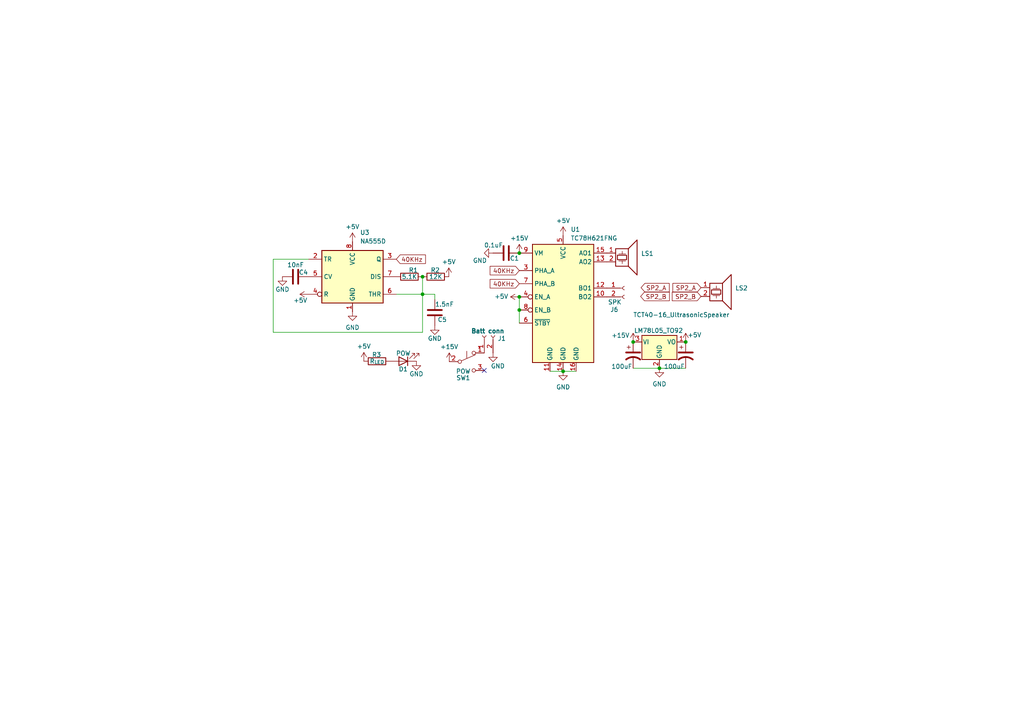
<source format=kicad_sch>
(kicad_sch (version 20231120) (generator "eeschema") (generator_version "8.0")
  (paper "A4")
  (lib_symbols
    (symbol "Connector:Conn_01x02_Socket" (pin_names (offset 1.016) hide)
      (property "Reference" "J" (at 0 2.54 0))
      (property "Value" "Conn_01x02_Socket" (at 0 -5.08 0))
      (symbol "Conn_01x02_Socket_1_1"
        (arc (start 0 -2.032) (mid -0.5058 -2.54) (end 0 -3.048) (stroke (width 0.1524)))
        (polyline (pts (xy -1.27 -2.54) (xy -0.508 -2.54)) (stroke (width 0.1524)))
        (polyline (pts (xy -1.27 0) (xy -0.508 0)) (stroke (width 0.1524)))
        (arc (start 0 0.508) (mid -0.5058 0) (end 0 -0.508) (stroke (width 0.1524)))
        (pin passive line (at -5.08 0 0) (length 3.81) (name "Pin_1") (number "1"))
        (pin passive line (at -5.08 -2.54 0) (length 3.81) (name "Pin_2") (number "2"))
      )
    )
    (symbol "Device:C" (pin_numbers hide) (pin_names (offset 0.254))
      (property "Reference" "C" (at 0.635 2.54 0))
      (property "Value" "C" (at 0.635 -2.54 0))
      (symbol "C_0_1"
        (polyline (pts (xy -2.032 -0.762) (xy 2.032 -0.762)) (stroke (width 0.508)))
        (polyline (pts (xy -2.032 0.762) (xy 2.032 0.762)) (stroke (width 0.508)))
      )
      (symbol "C_1_1"
        (pin passive line (at 0 3.81 270) (length 2.794) (name "~") (number "1"))
        (pin passive line (at 0 -3.81 90) (length 2.794) (name "~") (number "2"))
      )
    )
    (symbol "Device:C_Polarized_US" (pin_numbers hide) (pin_names (offset 0.254) hide)
      (property "Reference" "C" (at 0.635 2.54 0))
      (property "Value" "C_Polarized_US" (at 0.635 -2.54 0))
      (symbol "C_Polarized_US_0_1"
        (polyline (pts (xy -2.032 0.762) (xy 2.032 0.762)) (stroke (width 0.508)))
        (polyline (pts (xy -1.778 2.286) (xy -0.762 2.286)))
        (polyline (pts (xy -1.27 1.778) (xy -1.27 2.794)))
        (arc (start 2.032 -1.27) (mid 0 -0.5572) (end -2.032 -1.27) (stroke (width 0.508)))
      )
      (symbol "C_Polarized_US_1_1"
        (pin passive line (at 0 3.81 270) (length 2.794) (name "~") (number "1"))
        (pin passive line (at 0 -3.81 90) (length 3.302) (name "~") (number "2"))
      )
    )
    (symbol "Device:LED" (pin_numbers hide) (pin_names (offset 1.016) hide)
      (property "Reference" "D" (at 0 2.54 0))
      (property "Value" "LED" (at 0 -2.54 0))
      (symbol "LED_0_1"
        (polyline (pts (xy -1.27 -1.27) (xy -1.27 1.27)) (stroke (width 0.254)))
        (polyline (pts (xy -1.27 0) (xy 1.27 0)))
        (polyline (pts (xy 1.27 -1.27) (xy 1.27 1.27) (xy -1.27 0) (xy 1.27 -1.27)) (stroke (width 0.254)))
        (polyline (pts (xy -3.048 -0.762) (xy -4.572 -2.286) (xy -3.81 -2.286) (xy -4.572 -2.286) (xy -4.572 -1.524)))
        (polyline (pts (xy -1.778 -0.762) (xy -3.302 -2.286) (xy -2.54 -2.286) (xy -3.302 -2.286) (xy -3.302 -1.524)))
      )
      (symbol "LED_1_1"
        (pin passive line (at -3.81 0 0) (length 2.54) (name "K") (number "1"))
        (pin passive line (at 3.81 0 180) (length 2.54) (name "A") (number "2"))
      )
    )
    (symbol "Device:R" (pin_numbers hide) (pin_names (offset 0))
      (property "Reference" "R" (at 2.032 0 90))
      (property "Value" "R" (at 0 0 90))
      (symbol "R_0_1"
        (rectangle (start -1.016 -2.54) (end 1.016 2.54) (stroke (width 0.254)))
      )
      (symbol "R_1_1"
        (pin passive line (at 0 3.81 270) (length 1.27) (name "~") (number "1"))
        (pin passive line (at 0 -3.81 90) (length 1.27) (name "~") (number "2"))
      )
    )
    (symbol "Device:Speaker_Ultrasound" (pin_names (offset 0) hide)
      (property "Reference" "LS" (at 0.635 5.715 0))
      (property "Value" "Speaker_Ultrasound" (at 0.635 3.81 0))
      (symbol "Speaker_Ultrasound_0_0"
        (rectangle (start -2.54 1.27) (end 1.143 -3.81) (stroke (width 0.254)))
        (rectangle (start -2.032 -0.635) (end 0.635 -1.905) (stroke (width 0.254)))
        (polyline (pts (xy -1.651 -2.286) (xy 0.381 -2.286)))
        (polyline (pts (xy -1.651 -0.254) (xy 0.381 -0.254)))
        (polyline (pts (xy -0.635 -2.286) (xy -0.635 -3.048)))
        (polyline (pts (xy -0.635 -0.254) (xy -0.635 0.508)))
        (polyline (pts (xy 1.143 1.27) (xy 3.683 3.81) (xy 3.683 -6.35) (xy 1.143 -3.81)) (stroke (width 0.254)))
      )
      (symbol "Speaker_Ultrasound_1_1"
        (pin input line (at -5.08 0 0) (length 2.54) (name "1") (number "1"))
        (pin input line (at -5.08 -2.54 0) (length 2.54) (name "2") (number "2"))
      )
    )
    (symbol "NE555P_2"
      (property "Reference" "U1" (at 2.1941 11.938 0))
      (property "Value" "TC78H621FNG" (at 2.1941 9.398 0))
      (symbol "NE555P_2_0_1"
        (rectangle (start -8.89 7.62) (end 8.89 -26.67) (stroke (width 0.254)) (fill (type background)))
      )
      (symbol "NE555P_2_1_0"
        (pin power_in line (at -3.81 -29.21 90) (length 2.54) (name "GND") (number "11"))
        (pin power_in line (at 0 -29.21 90) (length 2.54) (name "GND") (number "14"))
        (pin power_in line (at 3.81 -29.21 90) (length 2.54) (name "GND") (number "16"))
        (pin power_in line (at 0 10.16 270) (length 2.54) (name "VCC") (number "5"))
      )
      (symbol "NE555P_2_1_1"
        (pin no_connect line (at 12.7 -12.7 180) (length 3.81) hide (name "NC") (number "1"))
        (pin input line (at 12.7 -7.62 180) (length 3.81) (name "BO2") (number "10"))
        (pin output line (at 12.7 -5.08 180) (length 3.81) (name "BO1") (number "12"))
        (pin input line (at 12.7 2.54 180) (length 3.81) (name "AO2") (number "13"))
        (pin output line (at 12.7 5.08 180) (length 3.81) (name "AO1") (number "15"))
        (pin no_connect line (at 12.7 -15.24 180) (length 3.81) hide (name "NC") (number "2"))
        (pin input line (at -12.7 0 0) (length 3.81) (name "PHA_A") (number "3"))
        (pin input inverted (at -12.7 -7.62 0) (length 3.81) (name "EN_A") (number "4"))
        (pin input line (at -12.7 -15.24 0) (length 3.81) (name "~{STBY}") (number "6"))
        (pin input line (at -12.7 -3.81 0) (length 3.81) (name "PHA_B") (number "7"))
        (pin input inverted (at -12.7 -11.43 0) (length 3.81) (name "EN_B") (number "8"))
        (pin input line (at -12.7 5.08 0) (length 3.81) (name "VM") (number "9"))
      )
    )
    (symbol "Regulator_Linear:LM78L05_TO92" (pin_names (offset 0.254))
      (property "Reference" "U" (at -3.81 3.175 0))
      (property "Value" "LM78L05_TO92" (at 0 3.175 0))
      (symbol "LM78L05_TO92_0_1"
        (rectangle (start -5.08 -5.08) (end 5.08 1.905) (stroke (width 0.254)) (fill (type background)))
      )
      (symbol "LM78L05_TO92_1_1"
        (pin power_out line (at 7.62 0 180) (length 2.54) (name "VO") (number "1"))
        (pin power_in line (at 0 -7.62 90) (length 2.54) (name "GND") (number "2"))
        (pin power_in line (at -7.62 0 0) (length 2.54) (name "VI") (number "3"))
      )
    )
    (symbol "Switch:SW_Push_SPDT" (pin_names (offset 0) hide)
      (property "Reference" "SW" (at 0 4.318 0))
      (property "Value" "SW_Push_SPDT" (at 0 -5.08 0))
      (symbol "SW_Push_SPDT_0_0"
        (circle (center -2.032 0) (radius 0.508))
        (polyline (pts (xy 0 1.016) (xy 0 3.048)))
        (circle (center 2.032 -2.54) (radius 0.508))
      )
      (symbol "SW_Push_SPDT_0_1"
        (polyline (pts (xy -1.524 0.254) (xy 2.54 2.032)))
        (circle (center 2.032 2.54) (radius 0.508))
      )
      (symbol "SW_Push_SPDT_1_1"
        (pin passive line (at 5.08 2.54 180) (length 2.54) (name "A") (number "1"))
        (pin passive line (at -5.08 0 0) (length 2.54) (name "B") (number "2"))
        (pin passive line (at 5.08 -2.54 180) (length 2.54) (name "C") (number "3"))
      )
    )
    (symbol "Timer:NA555D"
      (property "Reference" "U" (at -10.16 8.89 0))
      (property "Value" "NA555D" (at 2.54 8.89 0))
      (symbol "NA555D_0_0"
        (pin power_in line (at 0 -10.16 90) (length 2.54) (name "GND") (number "1"))
        (pin power_in line (at 0 10.16 270) (length 2.54) (name "VCC") (number "8"))
      )
      (symbol "NA555D_0_1"
        (rectangle (start -8.89 -7.62) (end 8.89 7.62) (stroke (width 0.254)) (fill (type background)))
        (rectangle (start -8.89 -7.62) (end 8.89 7.62) (stroke (width 0.254)) (fill (type background)))
      )
      (symbol "NA555D_1_1"
        (pin input line (at -12.7 5.08 0) (length 3.81) (name "TR") (number "2"))
        (pin output line (at 12.7 5.08 180) (length 3.81) (name "Q") (number "3"))
        (pin input inverted (at -12.7 -5.08 0) (length 3.81) (name "R") (number "4"))
        (pin input line (at -12.7 0 0) (length 3.81) (name "CV") (number "5"))
        (pin input line (at 12.7 -5.08 180) (length 3.81) (name "THR") (number "6"))
        (pin input line (at 12.7 0 180) (length 3.81) (name "DIS") (number "7"))
      )
    )
    (symbol "power:+15V" (power) (pin_names (offset 0))
      (property "Value" "+15V" (at 0 3.556 0))
      (symbol "+15V_0_1"
        (polyline (pts (xy -0.762 1.27) (xy 0 2.54)))
        (polyline (pts (xy 0 0) (xy 0 2.54)))
        (polyline (pts (xy 0 2.54) (xy 0.762 1.27)))
      )
      (symbol "+15V_1_1"
        (pin power_in line (at 0 0 90) (length 0) hide (name "+15V") (number "1"))
      )
    )
    (symbol "power:+5V" (power) (pin_names (offset 0))
      (property "Value" "+5V" (at 0 3.556 0))
      (symbol "+5V_0_1"
        (polyline (pts (xy -0.762 1.27) (xy 0 2.54)))
        (polyline (pts (xy 0 0) (xy 0 2.54)))
        (polyline (pts (xy 0 2.54) (xy 0.762 1.27)))
      )
      (symbol "+5V_1_1"
        (pin power_in line (at 0 0 90) (length 0) hide (name "+5V") (number "1"))
      )
    )
    (symbol "power:GND" (power) (pin_names (offset 0))
      (property "Value" "GND" (at 0 -3.81 0))
      (symbol "GND_0_1"
        (polyline (pts (xy 0 0) (xy 0 -1.27) (xy 1.27 -1.27) (xy 0 -2.54) (xy -1.27 -1.27) (xy 0 -1.27)))
      )
      (symbol "GND_1_1"
        (pin power_in line (at 0 0 270) (length 0) hide (name "GND") (number "1"))
      )
    )
  )
  (junction (at 150.622 73.406))
  (junction (at 122.555 80.264))
  (junction (at 150.622 89.916))
  (junction (at 122.555 85.344))
  (junction (at 183.642 99.187))
  (junction (at 191.262 106.807))
  (junction (at 163.322 107.696))
  (junction (at 150.622 86.106))
  (junction (at 198.882 99.187))
  (no_connect (at 140.462 107.442))
  (wire (pts (xy 114.935 85.344) (xy 122.555 85.344)))
  (wire (pts (xy 150.622 89.916) (xy 150.622 93.726)))
  (wire (pts (xy 163.322 107.696) (xy 167.132 107.696)))
  (wire (pts (xy 79.248 75.184) (xy 79.248 96.393)))
  (wire (pts (xy 126.111 85.344) (xy 122.555 85.344)))
  (wire (pts (xy 183.642 106.807) (xy 191.262 106.807)))
  (wire (pts (xy 79.248 96.393) (xy 122.555 96.393)))
  (wire (pts (xy 89.535 75.184) (xy 79.248 75.184)))
  (wire (pts (xy 122.555 80.264) (xy 122.555 85.344)))
  (wire (pts (xy 150.622 86.106) (xy 150.622 89.916)))
  (wire (pts (xy 191.262 106.807) (xy 198.882 106.807)))
  (wire (pts (xy 126.111 86.868) (xy 126.111 85.344)))
  (wire (pts (xy 122.555 96.393) (xy 122.555 85.344)))
  (wire (pts (xy 159.512 107.696) (xy 163.322 107.696)))
  (global_label "SP2_A" (shape input) (at 203.327 83.439 180) (property "Intersheetrefs" "${INTERSHEET_REFS}" (effects (hide yes))))
  (global_label "SP2_B" (shape input) (at 203.327 85.979 180) (property "Intersheetrefs" "${INTERSHEET_REFS}" (effects (hide yes))))
  (global_label "40KHz" (shape input) (at 150.622 78.486 180) (property "Intersheetrefs" "${INTERSHEET_REFS}" (effects (hide yes))))
  (global_label "SP2_B" (shape input) (at 185.801 85.979 0) (property "Intersheetrefs" "${INTERSHEET_REFS}" (effects (hide yes))))
  (global_label "40KHz" (shape input) (at 114.935 75.184 0) (property "Intersheetrefs" "${INTERSHEET_REFS}" (effects (hide yes))))
  (global_label "40KHz" (shape input) (at 150.622 82.296 180) (property "Intersheetrefs" "${INTERSHEET_REFS}" (effects (hide yes))))
  (global_label "SP2_A" (shape input) (at 185.928 83.439 0) (property "Intersheetrefs" "${INTERSHEET_REFS}" (effects (hide yes))))
  (symbol (lib_id "power:GND") (at 102.235 90.424 0) (unit 1)
    (property "Reference" "#PWR012" (effects (hide yes)))
    (property "Value" "GND" (at 102.235 94.996 0))
  )
  (symbol (lib_id "Device:C") (at 126.111 90.678 180) (unit 1)
    (property "Reference" "C5" (at 128.27 92.71 0))
    (property "Value" "1.5nF" (at 128.905 88.265 0))
  )
  (symbol (lib_id "power:GND") (at 143.002 102.362 0) (mirror y) (unit 1)
    (property "Reference" "#PWR04" (effects (hide yes)))
    (property "Value" "GND" (at 144.399 106.172 0))
  )
  (symbol (lib_id "power:GND") (at 120.777 104.775 0) (unit 1)
    (property "Reference" "#PWR017" (effects (hide yes)))
    (property "Value" "GND" (at 120.777 108.458 0))
  )
  (symbol (lib_id "power:+5V") (at 89.535 85.344 90) (unit 1)
    (property "Reference" "#PWR014" (effects (hide yes)))
    (property "Value" "+5V" (at 89.154 87.122 90) (effects (justify left)))
  )
  (symbol (lib_id "Device:C_Polarized_US") (at 183.642 102.997 0) (unit 1)
    (property "Reference" "C2" (effects (hide yes)))
    (property "Value" "100uF" (at 180.34 106.299 0))
    (property "Footprint" "Capacitor_SMD:C_1210_3225Metric_Pad1.33x2.70mm_HandSolder" (effects (hide yes)))
  )
  (symbol (lib_id "power:+15V") (at 150.622 73.406 0) (unit 1)
    (property "Reference" "#PWR07" (effects (hide yes)))
    (property "Value" "+15V" (at 150.622 69.088 0))
  )
  (symbol (lib_id "Device:LED") (at 116.967 104.775 180) (unit 1)
    (property "Reference" "D1" (at 116.967 107.061 0))
    (property "Value" "POW" (at 116.967 102.489 0))
  )
  (symbol (lib_id "Device:C") (at 146.812 73.406 90) (unit 1)
    (property "Reference" "C1" (at 149.225 74.93 90))
    (property "Value" "0.1uF" (at 143.129 71.12 90))
  )
  (symbol (lib_id "Regulator_Linear:LM78L05_TO92") (at 191.262 99.187 0) (unit 1)
    (property "Reference" "U2" (effects (hide yes)))
    (property "Value" "LM78L05_TO92" (at 191.008 95.885 0))
    (property "Footprint" "Package_TO_SOT_THT:TO-92_Inline" (effects (hide yes)))
    (property "Datasheet" "https://www.onsemi.com/pub/Collateral/MC78L06A-D.pdf" (effects (hide yes)))
  )
  (symbol (lib_id "Device:R") (at 118.745 80.264 90) (unit 1)
    (property "Reference" "R1" (at 119.888 78.359 90))
    (property "Value" "5.1K" (at 118.745 80.264 90))
  )
  (symbol (lib_id "power:GND") (at 191.262 106.807 0) (unit 1)
    (property "Reference" "#PWR03" (effects (hide yes)))
    (property "Value" "GND" (at 191.262 111.379 0))
  )
  (symbol (lib_name "NE555P_2") (lib_id "Timer:NE555P") (at 163.322 78.486 0) (unit 1)
    (property "Reference" "U1" (at 165.5161 66.548 0) (effects (justify left)))
    (property "Value" "TC78H621FNG" (at 165.5161 69.088 0) (effects (justify left)))
  )
  (symbol (lib_id "power:+5V") (at 163.322 68.326 0) (unit 1)
    (property "Reference" "#PWR09" (effects (hide yes)))
    (property "Value" "+5V" (at 163.322 64.008 0))
  )
  (symbol (lib_id "power:GND") (at 163.322 107.696 0) (unit 1)
    (property "Reference" "#PWR010" (effects (hide yes)))
    (property "Value" "GND" (at 163.322 112.268 0))
  )
  (symbol (lib_id "power:GND") (at 143.002 73.406 270) (unit 1)
    (property "Reference" "#PWR05" (effects (hide yes)))
    (property "Value" "GND" (at 139.192 75.565 90))
  )
  (symbol (lib_id "power:+5V") (at 198.882 99.187 0) (mirror y) (unit 1)
    (property "Reference" "#PWR08" (effects (hide yes)))
    (property "Value" "+5V" (at 201.422 97.155 0))
  )
  (symbol (lib_id "power:+5V") (at 105.537 104.775 0) (unit 1)
    (property "Reference" "#PWR018" (effects (hide yes)))
    (property "Value" "+5V" (at 105.537 100.457 0))
  )
  (symbol (lib_id "Device:C_Polarized_US") (at 198.882 102.997 0) (unit 1)
    (property "Reference" "C3" (effects (hide yes)))
    (property "Value" "100uF" (at 195.58 106.299 0))
    (property "Footprint" "Capacitor_SMD:C_1210_3225Metric_Pad1.33x2.70mm_HandSolder" (effects (hide yes)))
  )
  (symbol (lib_id "Device:Speaker_Ultrasound") (at 181.102 73.406 0) (unit 1)
    (property "Reference" "LS1" (at 185.928 73.533 0) (effects (justify left)))
    (property "Value" "TCT40-16_UltrasonicSpeaker" (effects (hide yes)))
  )
  (symbol (lib_id "power:+5V") (at 150.622 86.106 90) (unit 1)
    (property "Reference" "#PWR02" (effects (hide yes)))
    (property "Value" "+5V" (at 147.447 85.979 90) (effects (justify left)))
  )
  (symbol (lib_id "Switch:SW_Push_SPDT") (at 135.382 104.902 0) (unit 1)
    (property "Reference" "SW1" (at 134.366 109.601 0))
    (property "Value" "POW" (at 134.366 107.696 0))
  )
  (symbol (lib_id "power:+15V") (at 183.642 99.187 0) (unit 1)
    (property "Reference" "#PWR01" (effects (hide yes)))
    (property "Value" "+15V" (at 179.959 97.282 0))
  )
  (symbol (lib_id "Device:C") (at 85.725 80.264 90) (unit 1)
    (property "Reference" "C4" (at 88.011 78.994 90))
    (property "Value" "10nF" (at 85.725 76.835 90))
  )
  (symbol (lib_id "power:+5V") (at 102.235 70.104 0) (unit 1)
    (property "Reference" "#PWR011" (effects (hide yes)))
    (property "Value" "+5V" (at 102.235 65.786 0))
  )
  (symbol (lib_id "power:GND") (at 81.915 80.264 0) (unit 1)
    (property "Reference" "#PWR013" (effects (hide yes)))
    (property "Value" "GND" (at 81.915 83.947 0))
  )
  (symbol (lib_id "power:+5V") (at 130.175 80.264 0) (unit 1)
    (property "Reference" "#PWR015" (effects (hide yes)))
    (property "Value" "+5V" (at 130.175 75.946 0))
  )
  (symbol (lib_id "Device:Speaker_Ultrasound") (at 208.407 83.439 0) (unit 1) (on_board no)
    (property "Reference" "LS2" (at 213.233 83.566 0) (effects (justify left)))
    (property "Value" "TCT40-16_UltrasonicSpeaker" (at 183.642 91.313 0) (effects (justify left)))
  )
  (symbol (lib_id "Device:R") (at 126.365 80.264 90) (unit 1)
    (property "Reference" "R2" (at 126.238 78.359 90))
    (property "Value" "12K" (at 126.365 80.264 90))
  )
  (symbol (lib_id "Connector:Conn_01x02_Socket") (at 140.462 97.282 90) (unit 1)
    (property "Reference" "J1" (at 145.542 98.171 90))
    (property "Value" "Batt conn" (at 141.478 96.012 90) (effects (font (bold yes))))
  )
  (symbol (lib_id "power:GND") (at 126.111 94.488 0) (unit 1)
    (property "Reference" "#PWR016" (effects (hide yes)))
    (property "Value" "GND" (at 126.111 98.171 0))
  )
  (symbol (lib_id "power:+15V") (at 130.302 104.902 0) (unit 1)
    (property "Reference" "#PWR06" (effects (hide yes)))
    (property "Value" "+15V" (at 130.302 100.584 0))
  )
  (symbol (lib_id "Device:R") (at 109.347 104.775 90) (unit 1)
    (property "Reference" "R3" (at 109.22 102.87 90))
    (property "Value" "R_{LED}" (at 109.347 104.775 90))
  )
  (symbol (lib_id "Connector:Conn_01x02_Socket") (at 181.102 83.566 0) (unit 1)
    (property "Reference" "J6" (at 178.181 89.789 0))
    (property "Value" "SPK" (at 178.308 87.63 0))
  )
  (symbol (lib_id "Timer:NA555D") (at 102.235 80.264 0) (unit 1)
    (property "Reference" "U3" (at 104.4291 67.437 0) (effects (justify left)))
    (property "Value" "NA555D" (at 104.4291 69.977 0) (effects (justify left)))
    (property "Footprint" "Package_SO:SOIC-8_3.9x4.9mm_P1.27mm" (effects (hide yes)))
    (property "Datasheet" "http://www.ti.com/lit/ds/symlink/ne555.pdf" (effects (hide yes)))
  )
)
</source>
